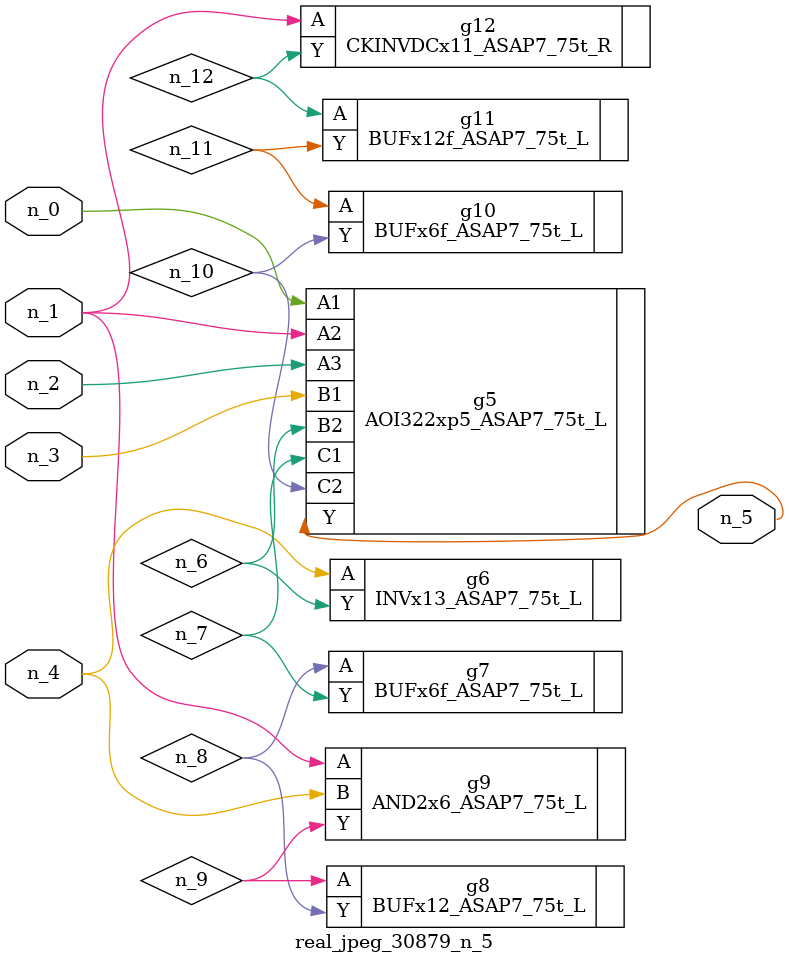
<source format=v>
module real_jpeg_30879_n_5 (n_4, n_0, n_1, n_2, n_3, n_5);

input n_4;
input n_0;
input n_1;
input n_2;
input n_3;

output n_5;

wire n_12;
wire n_8;
wire n_11;
wire n_6;
wire n_7;
wire n_10;
wire n_9;

AOI322xp5_ASAP7_75t_L g5 ( 
.A1(n_0),
.A2(n_1),
.A3(n_2),
.B1(n_3),
.B2(n_6),
.C1(n_7),
.C2(n_10),
.Y(n_5)
);

AND2x6_ASAP7_75t_L g9 ( 
.A(n_1),
.B(n_4),
.Y(n_9)
);

CKINVDCx11_ASAP7_75t_R g12 ( 
.A(n_1),
.Y(n_12)
);

INVx13_ASAP7_75t_L g6 ( 
.A(n_4),
.Y(n_6)
);

BUFx6f_ASAP7_75t_L g7 ( 
.A(n_8),
.Y(n_7)
);

BUFx12_ASAP7_75t_L g8 ( 
.A(n_9),
.Y(n_8)
);

BUFx6f_ASAP7_75t_L g10 ( 
.A(n_11),
.Y(n_10)
);

BUFx12f_ASAP7_75t_L g11 ( 
.A(n_12),
.Y(n_11)
);


endmodule
</source>
